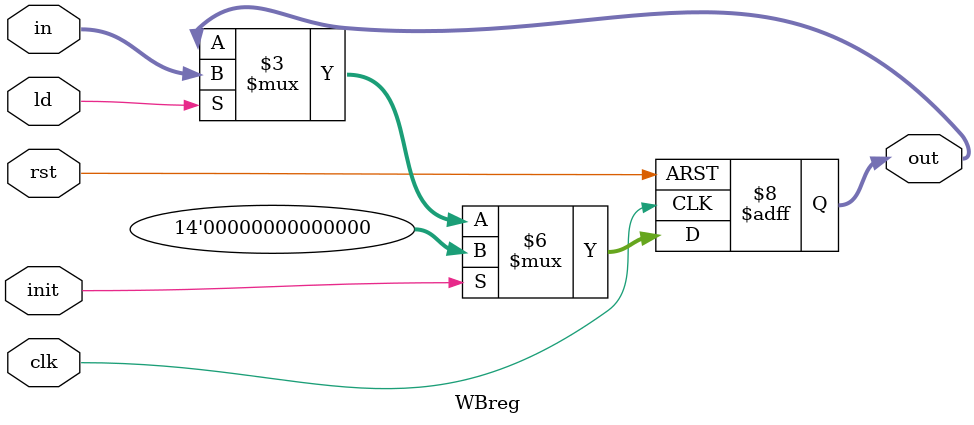
<source format=sv>
`timescale 1ns/1ns

module WBreg (input [13:0] in, input ld, init, clk, rst, output reg [13:0] out);
    always @(posedge clk, posedge rst) begin
        if (rst) out <= 14'b0;
        else if (init) out = 14'b0;
        else if (ld) out <= in;
        else out <= out;
    end
endmodule
</source>
